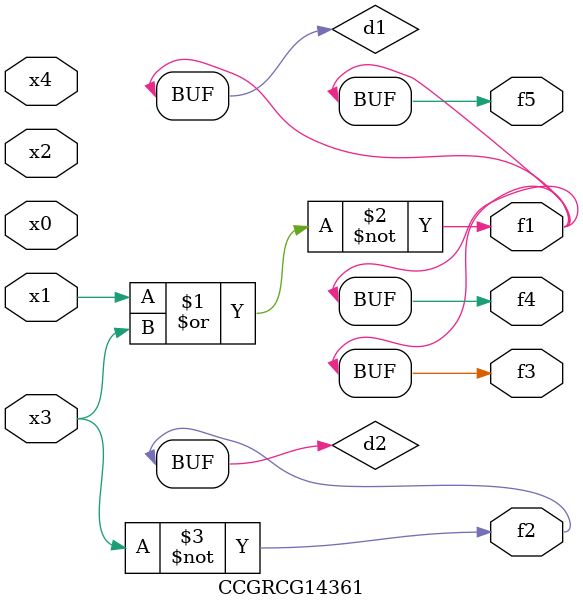
<source format=v>
module CCGRCG14361(
	input x0, x1, x2, x3, x4,
	output f1, f2, f3, f4, f5
);

	wire d1, d2;

	nor (d1, x1, x3);
	not (d2, x3);
	assign f1 = d1;
	assign f2 = d2;
	assign f3 = d1;
	assign f4 = d1;
	assign f5 = d1;
endmodule

</source>
